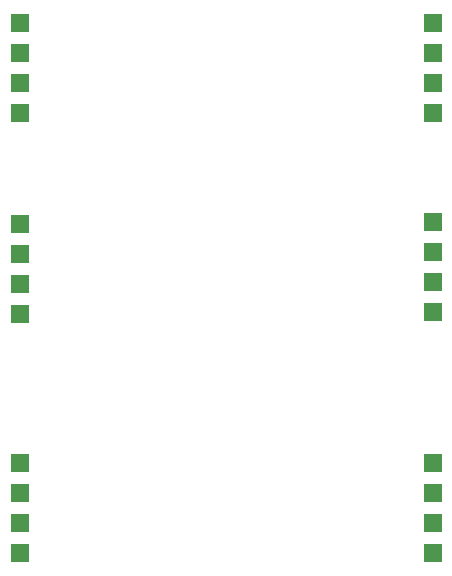
<source format=gbr>
%TF.GenerationSoftware,KiCad,Pcbnew,8.0.2*%
%TF.CreationDate,2024-06-26T19:14:07+02:00*%
%TF.ProjectId,PixelDisplay,50697865-6c44-4697-9370-6c61792e6b69,rev?*%
%TF.SameCoordinates,Original*%
%TF.FileFunction,Soldermask,Bot*%
%TF.FilePolarity,Negative*%
%FSLAX46Y46*%
G04 Gerber Fmt 4.6, Leading zero omitted, Abs format (unit mm)*
G04 Created by KiCad (PCBNEW 8.0.2) date 2024-06-26 19:14:07*
%MOMM*%
%LPD*%
G01*
G04 APERTURE LIST*
%ADD10R,1.500000X1.500000*%
G04 APERTURE END LIST*
D10*
%TO.C,J6*%
X135100000Y-83540000D03*
X135100000Y-86080000D03*
X135100000Y-88620000D03*
X135100000Y-91160000D03*
%TD*%
%TO.C,J5*%
X170100000Y-91190000D03*
X170100000Y-88650000D03*
X170100000Y-86110000D03*
X170100000Y-83570000D03*
%TD*%
%TO.C,J2*%
X170100000Y-53880000D03*
X170100000Y-51340000D03*
X170100000Y-48800000D03*
X170100000Y-46260000D03*
%TD*%
%TO.C,J3*%
X135100000Y-63260000D03*
X135100000Y-65800000D03*
X135100000Y-68340000D03*
X135100000Y-70880000D03*
%TD*%
%TO.C,J4*%
X170100500Y-70760000D03*
X170100500Y-68220000D03*
X170100500Y-65680000D03*
X170100500Y-63140000D03*
%TD*%
%TO.C,J1*%
X135100000Y-46290000D03*
X135100000Y-48830000D03*
X135100000Y-51370000D03*
X135100000Y-53910000D03*
%TD*%
M02*

</source>
